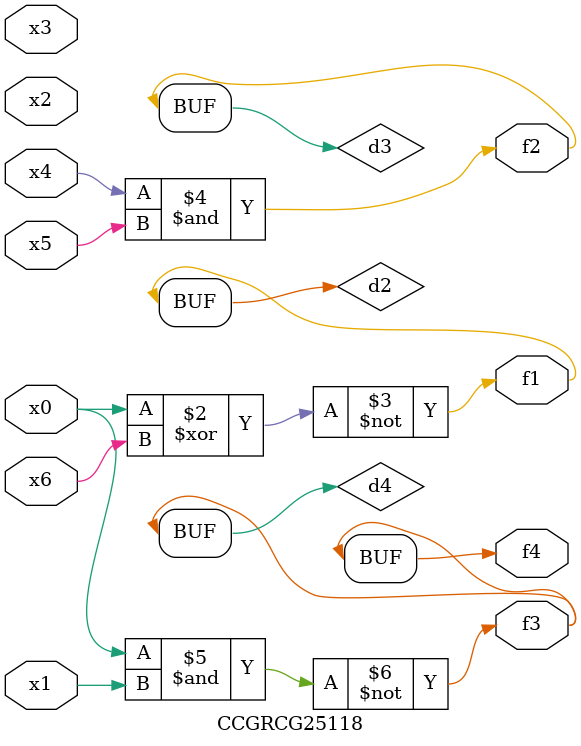
<source format=v>
module CCGRCG25118(
	input x0, x1, x2, x3, x4, x5, x6,
	output f1, f2, f3, f4
);

	wire d1, d2, d3, d4;

	nor (d1, x0);
	xnor (d2, x0, x6);
	and (d3, x4, x5);
	nand (d4, x0, x1);
	assign f1 = d2;
	assign f2 = d3;
	assign f3 = d4;
	assign f4 = d4;
endmodule

</source>
